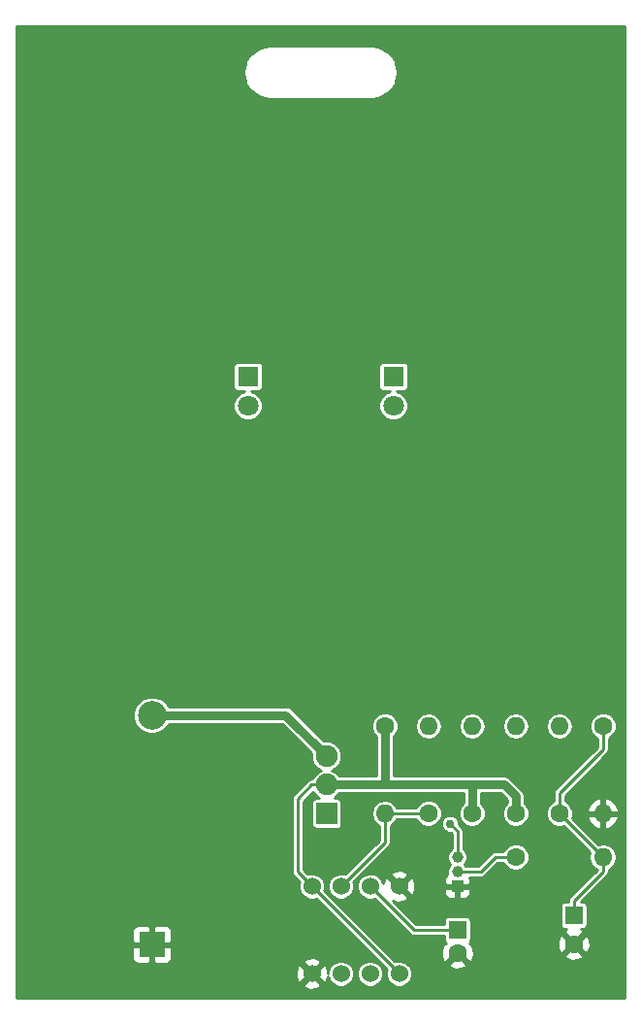
<source format=gtl>
G04 #@! TF.FileFunction,Copper,L1,Top,Signal*
%FSLAX46Y46*%
G04 Gerber Fmt 4.6, Leading zero omitted, Abs format (unit mm)*
G04 Created by KiCad (PCBNEW 4.0.7) date 12/26/17 21:11:22*
%MOMM*%
%LPD*%
G01*
G04 APERTURE LIST*
%ADD10C,0.100000*%
%ADD11C,1.524000*%
%ADD12R,1.600000X1.600000*%
%ADD13C,1.600000*%
%ADD14R,1.800000X1.800000*%
%ADD15C,1.800000*%
%ADD16R,1.000000X1.000000*%
%ADD17C,1.000000*%
%ADD18O,1.600000X1.600000*%
%ADD19R,2.170000X2.170000*%
%ADD20C,2.500000*%
%ADD21R,1.900000X1.900000*%
%ADD22C,1.900000*%
%ADD23C,0.762000*%
%ADD24C,0.254000*%
%ADD25C,0.762000*%
G04 APERTURE END LIST*
D10*
D11*
X153162000Y-124460000D03*
X155702000Y-124460000D03*
X158242000Y-124460000D03*
X160782000Y-124460000D03*
X160782000Y-116840000D03*
X158242000Y-116840000D03*
X155702000Y-116840000D03*
X153162000Y-116840000D03*
D12*
X165862000Y-120650000D03*
D13*
X165862000Y-122650000D03*
D12*
X176022000Y-119380000D03*
D13*
X176022000Y-121880000D03*
D14*
X147574000Y-72390000D03*
D15*
X147574000Y-74930000D03*
D14*
X160274000Y-72390000D03*
D15*
X160274000Y-74930000D03*
D16*
X165862000Y-116840000D03*
D17*
X165862000Y-115570000D03*
X165862000Y-114300000D03*
D13*
X159512000Y-102870000D03*
D18*
X159512000Y-110490000D03*
D13*
X163322000Y-110490000D03*
D18*
X163322000Y-102870000D03*
D13*
X174752000Y-110490000D03*
D18*
X174752000Y-102870000D03*
D13*
X178562000Y-102870000D03*
D18*
X178562000Y-110490000D03*
D13*
X170942000Y-114300000D03*
D18*
X178562000Y-114300000D03*
D13*
X167132000Y-110490000D03*
D18*
X167132000Y-102870000D03*
D13*
X170942000Y-110490000D03*
D18*
X170942000Y-102870000D03*
D19*
X139192000Y-121920000D03*
D20*
X139192000Y-101920000D03*
D21*
X154432000Y-110490000D03*
D22*
X154432000Y-107990000D03*
X154432000Y-105490000D03*
D23*
X165227000Y-111379000D03*
D24*
X165862000Y-115570000D02*
X167894000Y-115570000D01*
X169164000Y-114300000D02*
X170942000Y-114300000D01*
X167894000Y-115570000D02*
X169164000Y-114300000D01*
X165862000Y-112014000D02*
X165227000Y-111379000D01*
X165862000Y-112014000D02*
X165862000Y-114300000D01*
D25*
X167132000Y-110490000D02*
X167132000Y-107990000D01*
X167132000Y-107990000D02*
X167132000Y-108077000D01*
X167132000Y-108077000D02*
X167132000Y-107990000D01*
X170942000Y-110490000D02*
X170942000Y-108966000D01*
X169966000Y-107990000D02*
X167132000Y-107990000D01*
X167132000Y-107990000D02*
X159512000Y-107990000D01*
X170942000Y-108966000D02*
X169966000Y-107990000D01*
D24*
X153162000Y-116840000D02*
X160782000Y-124460000D01*
X154432000Y-107990000D02*
X153122000Y-107990000D01*
X151892000Y-115570000D02*
X153162000Y-116840000D01*
X151892000Y-109220000D02*
X151892000Y-115570000D01*
X153122000Y-107990000D02*
X151892000Y-109220000D01*
D25*
X159512000Y-102870000D02*
X159512000Y-107990000D01*
X159512000Y-107990000D02*
X159512000Y-107950000D01*
X159512000Y-107950000D02*
X159512000Y-107990000D01*
X154432000Y-107990000D02*
X159512000Y-107990000D01*
X139192000Y-101920000D02*
X150862000Y-101920000D01*
X150862000Y-101920000D02*
X154432000Y-105490000D01*
D24*
X165862000Y-120650000D02*
X162052000Y-120650000D01*
X162052000Y-120650000D02*
X158242000Y-116840000D01*
X174752000Y-110490000D02*
X174752000Y-108712000D01*
X178562000Y-104902000D02*
X178562000Y-102870000D01*
X174752000Y-108712000D02*
X178562000Y-104902000D01*
X174752000Y-110490000D02*
X178562000Y-114300000D01*
X176022000Y-119380000D02*
X176022000Y-118110000D01*
X178562000Y-115570000D02*
X178562000Y-114300000D01*
X176022000Y-118110000D02*
X178562000Y-115570000D01*
X163322000Y-110490000D02*
X159512000Y-110490000D01*
X155702000Y-116840000D02*
X159512000Y-113030000D01*
X159512000Y-113030000D02*
X159512000Y-110490000D01*
G36*
X180454300Y-126606300D02*
X127393700Y-126606300D01*
X127393700Y-125440213D01*
X152361392Y-125440213D01*
X152430857Y-125682397D01*
X152954302Y-125869144D01*
X153509368Y-125841362D01*
X153893143Y-125682397D01*
X153962608Y-125440213D01*
X153162000Y-124639605D01*
X152361392Y-125440213D01*
X127393700Y-125440213D01*
X127393700Y-124252302D01*
X151752856Y-124252302D01*
X151780638Y-124807368D01*
X151939603Y-125191143D01*
X152181787Y-125260608D01*
X152982395Y-124460000D01*
X153341605Y-124460000D01*
X154142213Y-125260608D01*
X154384397Y-125191143D01*
X154561852Y-124693742D01*
X154732446Y-125106612D01*
X155053697Y-125428423D01*
X155473646Y-125602801D01*
X155928359Y-125603198D01*
X156348612Y-125429554D01*
X156670423Y-125108303D01*
X156844801Y-124688354D01*
X156844802Y-124686359D01*
X157098802Y-124686359D01*
X157272446Y-125106612D01*
X157593697Y-125428423D01*
X158013646Y-125602801D01*
X158468359Y-125603198D01*
X158888612Y-125429554D01*
X159210423Y-125108303D01*
X159384801Y-124688354D01*
X159385198Y-124233641D01*
X159211554Y-123813388D01*
X158890303Y-123491577D01*
X158470354Y-123317199D01*
X158015641Y-123316802D01*
X157595388Y-123490446D01*
X157273577Y-123811697D01*
X157099199Y-124231646D01*
X157098802Y-124686359D01*
X156844802Y-124686359D01*
X156845198Y-124233641D01*
X156671554Y-123813388D01*
X156350303Y-123491577D01*
X155930354Y-123317199D01*
X155475641Y-123316802D01*
X155055388Y-123490446D01*
X154733577Y-123811697D01*
X154559199Y-124231646D01*
X154559030Y-124425660D01*
X154543362Y-124112632D01*
X154384397Y-123728857D01*
X154142213Y-123659392D01*
X153341605Y-124460000D01*
X152982395Y-124460000D01*
X152181787Y-123659392D01*
X151939603Y-123728857D01*
X151752856Y-124252302D01*
X127393700Y-124252302D01*
X127393700Y-122205750D01*
X137472000Y-122205750D01*
X137472000Y-123131309D01*
X137568673Y-123364698D01*
X137747301Y-123543327D01*
X137980690Y-123640000D01*
X138906250Y-123640000D01*
X139065000Y-123481250D01*
X139065000Y-122047000D01*
X139319000Y-122047000D01*
X139319000Y-123481250D01*
X139477750Y-123640000D01*
X140403310Y-123640000D01*
X140636699Y-123543327D01*
X140700238Y-123479787D01*
X152361392Y-123479787D01*
X153162000Y-124280395D01*
X153962608Y-123479787D01*
X153893143Y-123237603D01*
X153369698Y-123050856D01*
X152814632Y-123078638D01*
X152430857Y-123237603D01*
X152361392Y-123479787D01*
X140700238Y-123479787D01*
X140815327Y-123364698D01*
X140912000Y-123131309D01*
X140912000Y-122205750D01*
X140753250Y-122047000D01*
X139319000Y-122047000D01*
X139065000Y-122047000D01*
X137630750Y-122047000D01*
X137472000Y-122205750D01*
X127393700Y-122205750D01*
X127393700Y-120708691D01*
X137472000Y-120708691D01*
X137472000Y-121634250D01*
X137630750Y-121793000D01*
X139065000Y-121793000D01*
X139065000Y-120358750D01*
X139319000Y-120358750D01*
X139319000Y-121793000D01*
X140753250Y-121793000D01*
X140912000Y-121634250D01*
X140912000Y-120708691D01*
X140815327Y-120475302D01*
X140636699Y-120296673D01*
X140403310Y-120200000D01*
X139477750Y-120200000D01*
X139319000Y-120358750D01*
X139065000Y-120358750D01*
X138906250Y-120200000D01*
X137980690Y-120200000D01*
X137747301Y-120296673D01*
X137568673Y-120475302D01*
X137472000Y-120708691D01*
X127393700Y-120708691D01*
X127393700Y-102243003D01*
X137560718Y-102243003D01*
X137808499Y-102842680D01*
X138266907Y-103301888D01*
X138866151Y-103550716D01*
X139515003Y-103551282D01*
X140114680Y-103303501D01*
X140573888Y-102845093D01*
X140641610Y-102682000D01*
X150546370Y-102682000D01*
X153101220Y-105236851D01*
X153100769Y-105753591D01*
X153302975Y-106242966D01*
X153677065Y-106617709D01*
X153971694Y-106740050D01*
X153679034Y-106860975D01*
X153304291Y-107235065D01*
X153201754Y-107482000D01*
X153122000Y-107482000D01*
X152927597Y-107520669D01*
X152762790Y-107630790D01*
X151532790Y-108860790D01*
X151422669Y-109025597D01*
X151384000Y-109220000D01*
X151384000Y-115570000D01*
X151422669Y-115764403D01*
X151532790Y-115929210D01*
X152076714Y-116473134D01*
X152019199Y-116611646D01*
X152018802Y-117066359D01*
X152192446Y-117486612D01*
X152513697Y-117808423D01*
X152933646Y-117982801D01*
X153388359Y-117983198D01*
X153528764Y-117925184D01*
X159696714Y-124093134D01*
X159639199Y-124231646D01*
X159638802Y-124686359D01*
X159812446Y-125106612D01*
X160133697Y-125428423D01*
X160553646Y-125602801D01*
X161008359Y-125603198D01*
X161428612Y-125429554D01*
X161750423Y-125108303D01*
X161924801Y-124688354D01*
X161925198Y-124233641D01*
X161751554Y-123813388D01*
X161596182Y-123657745D01*
X165033861Y-123657745D01*
X165107995Y-123903864D01*
X165645223Y-124096965D01*
X166215454Y-124069778D01*
X166616005Y-123903864D01*
X166690139Y-123657745D01*
X165862000Y-122829605D01*
X165033861Y-123657745D01*
X161596182Y-123657745D01*
X161430303Y-123491577D01*
X161010354Y-123317199D01*
X160555641Y-123316802D01*
X160415236Y-123374816D01*
X154247286Y-117206866D01*
X154304801Y-117068354D01*
X154304802Y-117066359D01*
X154558802Y-117066359D01*
X154732446Y-117486612D01*
X155053697Y-117808423D01*
X155473646Y-117982801D01*
X155928359Y-117983198D01*
X156348612Y-117809554D01*
X156670423Y-117488303D01*
X156844801Y-117068354D01*
X156844802Y-117066359D01*
X157098802Y-117066359D01*
X157272446Y-117486612D01*
X157593697Y-117808423D01*
X158013646Y-117982801D01*
X158468359Y-117983198D01*
X158608764Y-117925184D01*
X161692790Y-121009210D01*
X161857597Y-121119331D01*
X162052000Y-121158000D01*
X164673536Y-121158000D01*
X164673536Y-121450000D01*
X164700103Y-121591190D01*
X164760819Y-121685545D01*
X164739378Y-121706986D01*
X164854253Y-121821861D01*
X164608136Y-121895995D01*
X164415035Y-122433223D01*
X164442222Y-123003454D01*
X164608136Y-123404005D01*
X164854255Y-123478139D01*
X165682395Y-122650000D01*
X165668252Y-122635858D01*
X165847858Y-122456252D01*
X165862000Y-122470395D01*
X165876142Y-122456252D01*
X166055748Y-122635858D01*
X166041605Y-122650000D01*
X166869745Y-123478139D01*
X167115864Y-123404005D01*
X167301428Y-122887745D01*
X175193861Y-122887745D01*
X175267995Y-123133864D01*
X175805223Y-123326965D01*
X176375454Y-123299778D01*
X176776005Y-123133864D01*
X176850139Y-122887745D01*
X176022000Y-122059605D01*
X175193861Y-122887745D01*
X167301428Y-122887745D01*
X167308965Y-122866777D01*
X167281778Y-122296546D01*
X167115864Y-121895995D01*
X166869747Y-121821861D01*
X166984622Y-121706986D01*
X166962588Y-121684952D01*
X166977434Y-121663223D01*
X174575035Y-121663223D01*
X174602222Y-122233454D01*
X174768136Y-122634005D01*
X175014255Y-122708139D01*
X175842395Y-121880000D01*
X176201605Y-121880000D01*
X177029745Y-122708139D01*
X177275864Y-122634005D01*
X177468965Y-122096777D01*
X177441778Y-121526546D01*
X177275864Y-121125995D01*
X177029745Y-121051861D01*
X176201605Y-121880000D01*
X175842395Y-121880000D01*
X175014255Y-121051861D01*
X174768136Y-121125995D01*
X174575035Y-121663223D01*
X166977434Y-121663223D01*
X167019859Y-121601134D01*
X167050464Y-121450000D01*
X167050464Y-119850000D01*
X167023897Y-119708810D01*
X166940454Y-119579135D01*
X166813134Y-119492141D01*
X166662000Y-119461536D01*
X165062000Y-119461536D01*
X164920810Y-119488103D01*
X164791135Y-119571546D01*
X164704141Y-119698866D01*
X164673536Y-119850000D01*
X164673536Y-120142000D01*
X162262420Y-120142000D01*
X160256008Y-118135588D01*
X160574302Y-118249144D01*
X161129368Y-118221362D01*
X161513143Y-118062397D01*
X161582608Y-117820213D01*
X160782000Y-117019605D01*
X160767858Y-117033748D01*
X160588253Y-116854143D01*
X160602395Y-116840000D01*
X160961605Y-116840000D01*
X161762213Y-117640608D01*
X162004397Y-117571143D01*
X162163297Y-117125750D01*
X164727000Y-117125750D01*
X164727000Y-117466309D01*
X164823673Y-117699698D01*
X165002301Y-117878327D01*
X165235690Y-117975000D01*
X165576250Y-117975000D01*
X165735000Y-117816250D01*
X165735000Y-116967000D01*
X165989000Y-116967000D01*
X165989000Y-117816250D01*
X166147750Y-117975000D01*
X166488310Y-117975000D01*
X166721699Y-117878327D01*
X166900327Y-117699698D01*
X166997000Y-117466309D01*
X166997000Y-117125750D01*
X166838250Y-116967000D01*
X165989000Y-116967000D01*
X165735000Y-116967000D01*
X164885750Y-116967000D01*
X164727000Y-117125750D01*
X162163297Y-117125750D01*
X162191144Y-117047698D01*
X162163362Y-116492632D01*
X162004397Y-116108857D01*
X161762213Y-116039392D01*
X160961605Y-116840000D01*
X160602395Y-116840000D01*
X159801787Y-116039392D01*
X159559603Y-116108857D01*
X159382148Y-116606258D01*
X159211554Y-116193388D01*
X158890303Y-115871577D01*
X158861910Y-115859787D01*
X159981392Y-115859787D01*
X160782000Y-116660395D01*
X161582608Y-115859787D01*
X161513143Y-115617603D01*
X160989698Y-115430856D01*
X160434632Y-115458638D01*
X160050857Y-115617603D01*
X159981392Y-115859787D01*
X158861910Y-115859787D01*
X158470354Y-115697199D01*
X158015641Y-115696802D01*
X157595388Y-115870446D01*
X157273577Y-116191697D01*
X157099199Y-116611646D01*
X157098802Y-117066359D01*
X156844802Y-117066359D01*
X156845198Y-116613641D01*
X156787184Y-116473236D01*
X159871210Y-113389210D01*
X159981331Y-113224403D01*
X160020000Y-113030000D01*
X160020000Y-111566787D01*
X160347093Y-111348230D01*
X160581110Y-110998000D01*
X162254058Y-110998000D01*
X162320213Y-111158109D01*
X162652144Y-111490619D01*
X163086054Y-111670794D01*
X163555885Y-111671204D01*
X163897853Y-111529906D01*
X164464868Y-111529906D01*
X164580632Y-111810074D01*
X164794798Y-112024615D01*
X165074764Y-112140867D01*
X165270618Y-112141038D01*
X165354000Y-112224421D01*
X165354000Y-113562277D01*
X165115560Y-113800302D01*
X164981153Y-114123989D01*
X164980847Y-114474473D01*
X165114689Y-114798395D01*
X165251077Y-114935021D01*
X165115560Y-115070302D01*
X164981153Y-115393989D01*
X164980847Y-115744473D01*
X165004163Y-115800902D01*
X165002301Y-115801673D01*
X164823673Y-115980302D01*
X164727000Y-116213691D01*
X164727000Y-116554250D01*
X164885750Y-116713000D01*
X165735000Y-116713000D01*
X165735000Y-116693000D01*
X165989000Y-116693000D01*
X165989000Y-116713000D01*
X166838250Y-116713000D01*
X166997000Y-116554250D01*
X166997000Y-116213691D01*
X166940795Y-116078000D01*
X167894000Y-116078000D01*
X168088403Y-116039331D01*
X168253210Y-115929210D01*
X169374420Y-114808000D01*
X169874058Y-114808000D01*
X169940213Y-114968109D01*
X170272144Y-115300619D01*
X170706054Y-115480794D01*
X171175885Y-115481204D01*
X171610109Y-115301787D01*
X171942619Y-114969856D01*
X172122794Y-114535946D01*
X172123204Y-114066115D01*
X171943787Y-113631891D01*
X171611856Y-113299381D01*
X171177946Y-113119206D01*
X170708115Y-113118796D01*
X170273891Y-113298213D01*
X169941381Y-113630144D01*
X169874173Y-113792000D01*
X169164000Y-113792000D01*
X169001850Y-113824254D01*
X168969596Y-113830669D01*
X168804790Y-113940790D01*
X167683580Y-115062000D01*
X166599723Y-115062000D01*
X166472923Y-114934979D01*
X166608440Y-114799698D01*
X166742847Y-114476011D01*
X166743153Y-114125527D01*
X166609311Y-113801605D01*
X166370000Y-113561876D01*
X166370000Y-112014000D01*
X166331331Y-111819597D01*
X166265478Y-111721041D01*
X166221211Y-111654790D01*
X165988962Y-111422541D01*
X165989132Y-111228094D01*
X165873368Y-110947926D01*
X165659202Y-110733385D01*
X165379236Y-110617133D01*
X165076094Y-110616868D01*
X164795926Y-110732632D01*
X164581385Y-110946798D01*
X164465133Y-111226764D01*
X164464868Y-111529906D01*
X163897853Y-111529906D01*
X163990109Y-111491787D01*
X164322619Y-111159856D01*
X164502794Y-110725946D01*
X164503204Y-110256115D01*
X164323787Y-109821891D01*
X163991856Y-109489381D01*
X163557946Y-109309206D01*
X163088115Y-109308796D01*
X162653891Y-109488213D01*
X162321381Y-109820144D01*
X162254173Y-109982000D01*
X160581110Y-109982000D01*
X160347093Y-109631770D01*
X159963949Y-109375761D01*
X159512000Y-109285863D01*
X159060051Y-109375761D01*
X158676907Y-109631770D01*
X158420898Y-110014914D01*
X158331000Y-110466863D01*
X158331000Y-110513137D01*
X158420898Y-110965086D01*
X158676907Y-111348230D01*
X159004000Y-111566787D01*
X159004000Y-112819580D01*
X156068866Y-115754714D01*
X155930354Y-115697199D01*
X155475641Y-115696802D01*
X155055388Y-115870446D01*
X154733577Y-116191697D01*
X154559199Y-116611646D01*
X154558802Y-117066359D01*
X154304802Y-117066359D01*
X154305198Y-116613641D01*
X154131554Y-116193388D01*
X153810303Y-115871577D01*
X153390354Y-115697199D01*
X152935641Y-115696802D01*
X152795236Y-115754816D01*
X152400000Y-115359580D01*
X152400000Y-109430420D01*
X153239960Y-108590460D01*
X153302975Y-108742966D01*
X153677065Y-109117709D01*
X153758529Y-109151536D01*
X153482000Y-109151536D01*
X153340810Y-109178103D01*
X153211135Y-109261546D01*
X153124141Y-109388866D01*
X153093536Y-109540000D01*
X153093536Y-111440000D01*
X153120103Y-111581190D01*
X153203546Y-111710865D01*
X153330866Y-111797859D01*
X153482000Y-111828464D01*
X155382000Y-111828464D01*
X155523190Y-111801897D01*
X155652865Y-111718454D01*
X155739859Y-111591134D01*
X155770464Y-111440000D01*
X155770464Y-109540000D01*
X155743897Y-109398810D01*
X155660454Y-109269135D01*
X155533134Y-109182141D01*
X155382000Y-109151536D01*
X155106284Y-109151536D01*
X155184966Y-109119025D01*
X155552632Y-108752000D01*
X166370000Y-108752000D01*
X166370000Y-109581941D01*
X166131381Y-109820144D01*
X165951206Y-110254054D01*
X165950796Y-110723885D01*
X166130213Y-111158109D01*
X166462144Y-111490619D01*
X166896054Y-111670794D01*
X167365885Y-111671204D01*
X167800109Y-111491787D01*
X168132619Y-111159856D01*
X168312794Y-110725946D01*
X168313204Y-110256115D01*
X168133787Y-109821891D01*
X167894000Y-109581686D01*
X167894000Y-108752000D01*
X169650370Y-108752000D01*
X170180000Y-109281631D01*
X170180000Y-109581941D01*
X169941381Y-109820144D01*
X169761206Y-110254054D01*
X169760796Y-110723885D01*
X169940213Y-111158109D01*
X170272144Y-111490619D01*
X170706054Y-111670794D01*
X171175885Y-111671204D01*
X171610109Y-111491787D01*
X171942619Y-111159856D01*
X172122794Y-110725946D01*
X172122795Y-110723885D01*
X173570796Y-110723885D01*
X173750213Y-111158109D01*
X174082144Y-111490619D01*
X174516054Y-111670794D01*
X174985885Y-111671204D01*
X175147858Y-111604278D01*
X177438448Y-113894868D01*
X177357863Y-114300000D01*
X177447761Y-114751949D01*
X177703770Y-115135093D01*
X178048287Y-115365292D01*
X175662790Y-117750790D01*
X175552669Y-117915597D01*
X175514000Y-118110000D01*
X175514000Y-118191536D01*
X175222000Y-118191536D01*
X175080810Y-118218103D01*
X174951135Y-118301546D01*
X174864141Y-118428866D01*
X174833536Y-118580000D01*
X174833536Y-120180000D01*
X174860103Y-120321190D01*
X174943546Y-120450865D01*
X175070866Y-120537859D01*
X175222000Y-120568464D01*
X175407227Y-120568464D01*
X175267995Y-120626136D01*
X175193861Y-120872255D01*
X176022000Y-121700395D01*
X176850139Y-120872255D01*
X176776005Y-120626136D01*
X176615555Y-120568464D01*
X176822000Y-120568464D01*
X176963190Y-120541897D01*
X177092865Y-120458454D01*
X177179859Y-120331134D01*
X177210464Y-120180000D01*
X177210464Y-118580000D01*
X177183897Y-118438810D01*
X177100454Y-118309135D01*
X176973134Y-118222141D01*
X176822000Y-118191536D01*
X176658884Y-118191536D01*
X178921210Y-115929211D01*
X179031330Y-115764404D01*
X179031331Y-115764403D01*
X179070000Y-115570000D01*
X179070000Y-115369110D01*
X179420230Y-115135093D01*
X179676239Y-114751949D01*
X179766137Y-114300000D01*
X179676239Y-113848051D01*
X179420230Y-113464907D01*
X179037086Y-113208898D01*
X178585137Y-113119000D01*
X178538863Y-113119000D01*
X178172328Y-113191908D01*
X175866359Y-110885939D01*
X175885832Y-110839041D01*
X177170086Y-110839041D01*
X177409611Y-111345134D01*
X177824577Y-111721041D01*
X178212961Y-111881904D01*
X178435000Y-111759915D01*
X178435000Y-110617000D01*
X178689000Y-110617000D01*
X178689000Y-111759915D01*
X178911039Y-111881904D01*
X179299423Y-111721041D01*
X179714389Y-111345134D01*
X179953914Y-110839041D01*
X179832629Y-110617000D01*
X178689000Y-110617000D01*
X178435000Y-110617000D01*
X177291371Y-110617000D01*
X177170086Y-110839041D01*
X175885832Y-110839041D01*
X175932794Y-110725946D01*
X175933204Y-110256115D01*
X175885623Y-110140959D01*
X177170086Y-110140959D01*
X177291371Y-110363000D01*
X178435000Y-110363000D01*
X178435000Y-109220085D01*
X178689000Y-109220085D01*
X178689000Y-110363000D01*
X179832629Y-110363000D01*
X179953914Y-110140959D01*
X179714389Y-109634866D01*
X179299423Y-109258959D01*
X178911039Y-109098096D01*
X178689000Y-109220085D01*
X178435000Y-109220085D01*
X178212961Y-109098096D01*
X177824577Y-109258959D01*
X177409611Y-109634866D01*
X177170086Y-110140959D01*
X175885623Y-110140959D01*
X175753787Y-109821891D01*
X175421856Y-109489381D01*
X175260000Y-109422173D01*
X175260000Y-108922420D01*
X178921210Y-105261210D01*
X179031331Y-105096403D01*
X179070000Y-104902000D01*
X179070000Y-103937942D01*
X179230109Y-103871787D01*
X179562619Y-103539856D01*
X179742794Y-103105946D01*
X179743204Y-102636115D01*
X179563787Y-102201891D01*
X179231856Y-101869381D01*
X178797946Y-101689206D01*
X178328115Y-101688796D01*
X177893891Y-101868213D01*
X177561381Y-102200144D01*
X177381206Y-102634054D01*
X177380796Y-103103885D01*
X177560213Y-103538109D01*
X177892144Y-103870619D01*
X178054000Y-103937827D01*
X178054000Y-104691580D01*
X174392790Y-108352790D01*
X174282669Y-108517597D01*
X174244000Y-108712000D01*
X174244000Y-109422058D01*
X174083891Y-109488213D01*
X173751381Y-109820144D01*
X173571206Y-110254054D01*
X173570796Y-110723885D01*
X172122795Y-110723885D01*
X172123204Y-110256115D01*
X171943787Y-109821891D01*
X171704000Y-109581686D01*
X171704000Y-108966000D01*
X171645996Y-108674395D01*
X171606854Y-108615815D01*
X171480815Y-108427184D01*
X170504815Y-107451185D01*
X170444951Y-107411185D01*
X170257605Y-107286004D01*
X169966000Y-107228000D01*
X160274000Y-107228000D01*
X160274000Y-103778059D01*
X160512619Y-103539856D01*
X160692794Y-103105946D01*
X160693020Y-102846863D01*
X162141000Y-102846863D01*
X162141000Y-102893137D01*
X162230898Y-103345086D01*
X162486907Y-103728230D01*
X162870051Y-103984239D01*
X163322000Y-104074137D01*
X163773949Y-103984239D01*
X164157093Y-103728230D01*
X164413102Y-103345086D01*
X164503000Y-102893137D01*
X164503000Y-102846863D01*
X165951000Y-102846863D01*
X165951000Y-102893137D01*
X166040898Y-103345086D01*
X166296907Y-103728230D01*
X166680051Y-103984239D01*
X167132000Y-104074137D01*
X167583949Y-103984239D01*
X167967093Y-103728230D01*
X168223102Y-103345086D01*
X168313000Y-102893137D01*
X168313000Y-102846863D01*
X169761000Y-102846863D01*
X169761000Y-102893137D01*
X169850898Y-103345086D01*
X170106907Y-103728230D01*
X170490051Y-103984239D01*
X170942000Y-104074137D01*
X171393949Y-103984239D01*
X171777093Y-103728230D01*
X172033102Y-103345086D01*
X172123000Y-102893137D01*
X172123000Y-102846863D01*
X173571000Y-102846863D01*
X173571000Y-102893137D01*
X173660898Y-103345086D01*
X173916907Y-103728230D01*
X174300051Y-103984239D01*
X174752000Y-104074137D01*
X175203949Y-103984239D01*
X175587093Y-103728230D01*
X175843102Y-103345086D01*
X175933000Y-102893137D01*
X175933000Y-102846863D01*
X175843102Y-102394914D01*
X175587093Y-102011770D01*
X175203949Y-101755761D01*
X174752000Y-101665863D01*
X174300051Y-101755761D01*
X173916907Y-102011770D01*
X173660898Y-102394914D01*
X173571000Y-102846863D01*
X172123000Y-102846863D01*
X172033102Y-102394914D01*
X171777093Y-102011770D01*
X171393949Y-101755761D01*
X170942000Y-101665863D01*
X170490051Y-101755761D01*
X170106907Y-102011770D01*
X169850898Y-102394914D01*
X169761000Y-102846863D01*
X168313000Y-102846863D01*
X168223102Y-102394914D01*
X167967093Y-102011770D01*
X167583949Y-101755761D01*
X167132000Y-101665863D01*
X166680051Y-101755761D01*
X166296907Y-102011770D01*
X166040898Y-102394914D01*
X165951000Y-102846863D01*
X164503000Y-102846863D01*
X164413102Y-102394914D01*
X164157093Y-102011770D01*
X163773949Y-101755761D01*
X163322000Y-101665863D01*
X162870051Y-101755761D01*
X162486907Y-102011770D01*
X162230898Y-102394914D01*
X162141000Y-102846863D01*
X160693020Y-102846863D01*
X160693204Y-102636115D01*
X160513787Y-102201891D01*
X160181856Y-101869381D01*
X159747946Y-101689206D01*
X159278115Y-101688796D01*
X158843891Y-101868213D01*
X158511381Y-102200144D01*
X158331206Y-102634054D01*
X158330796Y-103103885D01*
X158510213Y-103538109D01*
X158750000Y-103778314D01*
X158750000Y-107228000D01*
X155552007Y-107228000D01*
X155186935Y-106862291D01*
X154892306Y-106739950D01*
X155184966Y-106619025D01*
X155559709Y-106244935D01*
X155762769Y-105755914D01*
X155763231Y-105226409D01*
X155561025Y-104737034D01*
X155186935Y-104362291D01*
X154697914Y-104159231D01*
X154178409Y-104158778D01*
X151400815Y-101381185D01*
X151153605Y-101216004D01*
X150862000Y-101158000D01*
X140641892Y-101158000D01*
X140575501Y-100997320D01*
X140117093Y-100538112D01*
X139517849Y-100289284D01*
X138868997Y-100288718D01*
X138269320Y-100536499D01*
X137810112Y-100994907D01*
X137561284Y-101594151D01*
X137560718Y-102243003D01*
X127393700Y-102243003D01*
X127393700Y-71490000D01*
X146285536Y-71490000D01*
X146285536Y-73290000D01*
X146312103Y-73431190D01*
X146395546Y-73560865D01*
X146522866Y-73647859D01*
X146674000Y-73678464D01*
X147248466Y-73678464D01*
X146849320Y-73843388D01*
X146488655Y-74203425D01*
X146293223Y-74674076D01*
X146292778Y-75183689D01*
X146487388Y-75654680D01*
X146847425Y-76015345D01*
X147318076Y-76210777D01*
X147827689Y-76211222D01*
X148298680Y-76016612D01*
X148659345Y-75656575D01*
X148854777Y-75185924D01*
X148855222Y-74676311D01*
X148660612Y-74205320D01*
X148300575Y-73844655D01*
X147900344Y-73678464D01*
X148474000Y-73678464D01*
X148615190Y-73651897D01*
X148744865Y-73568454D01*
X148831859Y-73441134D01*
X148862464Y-73290000D01*
X148862464Y-71490000D01*
X158985536Y-71490000D01*
X158985536Y-73290000D01*
X159012103Y-73431190D01*
X159095546Y-73560865D01*
X159222866Y-73647859D01*
X159374000Y-73678464D01*
X159948466Y-73678464D01*
X159549320Y-73843388D01*
X159188655Y-74203425D01*
X158993223Y-74674076D01*
X158992778Y-75183689D01*
X159187388Y-75654680D01*
X159547425Y-76015345D01*
X160018076Y-76210777D01*
X160527689Y-76211222D01*
X160998680Y-76016612D01*
X161359345Y-75656575D01*
X161554777Y-75185924D01*
X161555222Y-74676311D01*
X161360612Y-74205320D01*
X161000575Y-73844655D01*
X160600344Y-73678464D01*
X161174000Y-73678464D01*
X161315190Y-73651897D01*
X161444865Y-73568454D01*
X161531859Y-73441134D01*
X161562464Y-73290000D01*
X161562464Y-71490000D01*
X161535897Y-71348810D01*
X161452454Y-71219135D01*
X161325134Y-71132141D01*
X161174000Y-71101536D01*
X159374000Y-71101536D01*
X159232810Y-71128103D01*
X159103135Y-71211546D01*
X159016141Y-71338866D01*
X158985536Y-71490000D01*
X148862464Y-71490000D01*
X148835897Y-71348810D01*
X148752454Y-71219135D01*
X148625134Y-71132141D01*
X148474000Y-71101536D01*
X146674000Y-71101536D01*
X146532810Y-71128103D01*
X146403135Y-71211546D01*
X146316141Y-71338866D01*
X146285536Y-71490000D01*
X127393700Y-71490000D01*
X127393700Y-45770193D01*
X147187865Y-45770193D01*
X147187865Y-45923807D01*
X147332874Y-46652819D01*
X147367310Y-46735954D01*
X147391660Y-46794740D01*
X147804613Y-47412766D01*
X147913234Y-47521387D01*
X148531259Y-47934340D01*
X148614395Y-47968776D01*
X148673181Y-47993126D01*
X149402193Y-48138135D01*
X149440969Y-48138135D01*
X149479000Y-48145700D01*
X158369000Y-48145700D01*
X158407031Y-48138135D01*
X158445807Y-48138135D01*
X159174819Y-47993126D01*
X159257954Y-47958690D01*
X159316740Y-47934340D01*
X159934766Y-47521387D01*
X160043387Y-47412766D01*
X160456340Y-46794741D01*
X160490776Y-46711605D01*
X160515126Y-46652819D01*
X160660135Y-45923807D01*
X160660135Y-45770193D01*
X160515126Y-45041181D01*
X160490776Y-44982395D01*
X160456340Y-44899259D01*
X160043387Y-44281234D01*
X159934766Y-44172613D01*
X159316740Y-43759660D01*
X159228894Y-43723273D01*
X159174819Y-43700874D01*
X158445807Y-43555865D01*
X158407031Y-43555865D01*
X158369000Y-43548300D01*
X149479000Y-43548300D01*
X149440969Y-43555865D01*
X149402193Y-43555865D01*
X148673181Y-43700874D01*
X148619106Y-43723273D01*
X148531259Y-43759660D01*
X147913234Y-44172613D01*
X147804613Y-44281234D01*
X147391660Y-44899260D01*
X147391660Y-44899261D01*
X147332874Y-45041181D01*
X147187865Y-45770193D01*
X127393700Y-45770193D01*
X127393700Y-41795700D01*
X180454300Y-41795700D01*
X180454300Y-126606300D01*
X180454300Y-126606300D01*
G37*
X180454300Y-126606300D02*
X127393700Y-126606300D01*
X127393700Y-125440213D01*
X152361392Y-125440213D01*
X152430857Y-125682397D01*
X152954302Y-125869144D01*
X153509368Y-125841362D01*
X153893143Y-125682397D01*
X153962608Y-125440213D01*
X153162000Y-124639605D01*
X152361392Y-125440213D01*
X127393700Y-125440213D01*
X127393700Y-124252302D01*
X151752856Y-124252302D01*
X151780638Y-124807368D01*
X151939603Y-125191143D01*
X152181787Y-125260608D01*
X152982395Y-124460000D01*
X153341605Y-124460000D01*
X154142213Y-125260608D01*
X154384397Y-125191143D01*
X154561852Y-124693742D01*
X154732446Y-125106612D01*
X155053697Y-125428423D01*
X155473646Y-125602801D01*
X155928359Y-125603198D01*
X156348612Y-125429554D01*
X156670423Y-125108303D01*
X156844801Y-124688354D01*
X156844802Y-124686359D01*
X157098802Y-124686359D01*
X157272446Y-125106612D01*
X157593697Y-125428423D01*
X158013646Y-125602801D01*
X158468359Y-125603198D01*
X158888612Y-125429554D01*
X159210423Y-125108303D01*
X159384801Y-124688354D01*
X159385198Y-124233641D01*
X159211554Y-123813388D01*
X158890303Y-123491577D01*
X158470354Y-123317199D01*
X158015641Y-123316802D01*
X157595388Y-123490446D01*
X157273577Y-123811697D01*
X157099199Y-124231646D01*
X157098802Y-124686359D01*
X156844802Y-124686359D01*
X156845198Y-124233641D01*
X156671554Y-123813388D01*
X156350303Y-123491577D01*
X155930354Y-123317199D01*
X155475641Y-123316802D01*
X155055388Y-123490446D01*
X154733577Y-123811697D01*
X154559199Y-124231646D01*
X154559030Y-124425660D01*
X154543362Y-124112632D01*
X154384397Y-123728857D01*
X154142213Y-123659392D01*
X153341605Y-124460000D01*
X152982395Y-124460000D01*
X152181787Y-123659392D01*
X151939603Y-123728857D01*
X151752856Y-124252302D01*
X127393700Y-124252302D01*
X127393700Y-122205750D01*
X137472000Y-122205750D01*
X137472000Y-123131309D01*
X137568673Y-123364698D01*
X137747301Y-123543327D01*
X137980690Y-123640000D01*
X138906250Y-123640000D01*
X139065000Y-123481250D01*
X139065000Y-122047000D01*
X139319000Y-122047000D01*
X139319000Y-123481250D01*
X139477750Y-123640000D01*
X140403310Y-123640000D01*
X140636699Y-123543327D01*
X140700238Y-123479787D01*
X152361392Y-123479787D01*
X153162000Y-124280395D01*
X153962608Y-123479787D01*
X153893143Y-123237603D01*
X153369698Y-123050856D01*
X152814632Y-123078638D01*
X152430857Y-123237603D01*
X152361392Y-123479787D01*
X140700238Y-123479787D01*
X140815327Y-123364698D01*
X140912000Y-123131309D01*
X140912000Y-122205750D01*
X140753250Y-122047000D01*
X139319000Y-122047000D01*
X139065000Y-122047000D01*
X137630750Y-122047000D01*
X137472000Y-122205750D01*
X127393700Y-122205750D01*
X127393700Y-120708691D01*
X137472000Y-120708691D01*
X137472000Y-121634250D01*
X137630750Y-121793000D01*
X139065000Y-121793000D01*
X139065000Y-120358750D01*
X139319000Y-120358750D01*
X139319000Y-121793000D01*
X140753250Y-121793000D01*
X140912000Y-121634250D01*
X140912000Y-120708691D01*
X140815327Y-120475302D01*
X140636699Y-120296673D01*
X140403310Y-120200000D01*
X139477750Y-120200000D01*
X139319000Y-120358750D01*
X139065000Y-120358750D01*
X138906250Y-120200000D01*
X137980690Y-120200000D01*
X137747301Y-120296673D01*
X137568673Y-120475302D01*
X137472000Y-120708691D01*
X127393700Y-120708691D01*
X127393700Y-102243003D01*
X137560718Y-102243003D01*
X137808499Y-102842680D01*
X138266907Y-103301888D01*
X138866151Y-103550716D01*
X139515003Y-103551282D01*
X140114680Y-103303501D01*
X140573888Y-102845093D01*
X140641610Y-102682000D01*
X150546370Y-102682000D01*
X153101220Y-105236851D01*
X153100769Y-105753591D01*
X153302975Y-106242966D01*
X153677065Y-106617709D01*
X153971694Y-106740050D01*
X153679034Y-106860975D01*
X153304291Y-107235065D01*
X153201754Y-107482000D01*
X153122000Y-107482000D01*
X152927597Y-107520669D01*
X152762790Y-107630790D01*
X151532790Y-108860790D01*
X151422669Y-109025597D01*
X151384000Y-109220000D01*
X151384000Y-115570000D01*
X151422669Y-115764403D01*
X151532790Y-115929210D01*
X152076714Y-116473134D01*
X152019199Y-116611646D01*
X152018802Y-117066359D01*
X152192446Y-117486612D01*
X152513697Y-117808423D01*
X152933646Y-117982801D01*
X153388359Y-117983198D01*
X153528764Y-117925184D01*
X159696714Y-124093134D01*
X159639199Y-124231646D01*
X159638802Y-124686359D01*
X159812446Y-125106612D01*
X160133697Y-125428423D01*
X160553646Y-125602801D01*
X161008359Y-125603198D01*
X161428612Y-125429554D01*
X161750423Y-125108303D01*
X161924801Y-124688354D01*
X161925198Y-124233641D01*
X161751554Y-123813388D01*
X161596182Y-123657745D01*
X165033861Y-123657745D01*
X165107995Y-123903864D01*
X165645223Y-124096965D01*
X166215454Y-124069778D01*
X166616005Y-123903864D01*
X166690139Y-123657745D01*
X165862000Y-122829605D01*
X165033861Y-123657745D01*
X161596182Y-123657745D01*
X161430303Y-123491577D01*
X161010354Y-123317199D01*
X160555641Y-123316802D01*
X160415236Y-123374816D01*
X154247286Y-117206866D01*
X154304801Y-117068354D01*
X154304802Y-117066359D01*
X154558802Y-117066359D01*
X154732446Y-117486612D01*
X155053697Y-117808423D01*
X155473646Y-117982801D01*
X155928359Y-117983198D01*
X156348612Y-117809554D01*
X156670423Y-117488303D01*
X156844801Y-117068354D01*
X156844802Y-117066359D01*
X157098802Y-117066359D01*
X157272446Y-117486612D01*
X157593697Y-117808423D01*
X158013646Y-117982801D01*
X158468359Y-117983198D01*
X158608764Y-117925184D01*
X161692790Y-121009210D01*
X161857597Y-121119331D01*
X162052000Y-121158000D01*
X164673536Y-121158000D01*
X164673536Y-121450000D01*
X164700103Y-121591190D01*
X164760819Y-121685545D01*
X164739378Y-121706986D01*
X164854253Y-121821861D01*
X164608136Y-121895995D01*
X164415035Y-122433223D01*
X164442222Y-123003454D01*
X164608136Y-123404005D01*
X164854255Y-123478139D01*
X165682395Y-122650000D01*
X165668252Y-122635858D01*
X165847858Y-122456252D01*
X165862000Y-122470395D01*
X165876142Y-122456252D01*
X166055748Y-122635858D01*
X166041605Y-122650000D01*
X166869745Y-123478139D01*
X167115864Y-123404005D01*
X167301428Y-122887745D01*
X175193861Y-122887745D01*
X175267995Y-123133864D01*
X175805223Y-123326965D01*
X176375454Y-123299778D01*
X176776005Y-123133864D01*
X176850139Y-122887745D01*
X176022000Y-122059605D01*
X175193861Y-122887745D01*
X167301428Y-122887745D01*
X167308965Y-122866777D01*
X167281778Y-122296546D01*
X167115864Y-121895995D01*
X166869747Y-121821861D01*
X166984622Y-121706986D01*
X166962588Y-121684952D01*
X166977434Y-121663223D01*
X174575035Y-121663223D01*
X174602222Y-122233454D01*
X174768136Y-122634005D01*
X175014255Y-122708139D01*
X175842395Y-121880000D01*
X176201605Y-121880000D01*
X177029745Y-122708139D01*
X177275864Y-122634005D01*
X177468965Y-122096777D01*
X177441778Y-121526546D01*
X177275864Y-121125995D01*
X177029745Y-121051861D01*
X176201605Y-121880000D01*
X175842395Y-121880000D01*
X175014255Y-121051861D01*
X174768136Y-121125995D01*
X174575035Y-121663223D01*
X166977434Y-121663223D01*
X167019859Y-121601134D01*
X167050464Y-121450000D01*
X167050464Y-119850000D01*
X167023897Y-119708810D01*
X166940454Y-119579135D01*
X166813134Y-119492141D01*
X166662000Y-119461536D01*
X165062000Y-119461536D01*
X164920810Y-119488103D01*
X164791135Y-119571546D01*
X164704141Y-119698866D01*
X164673536Y-119850000D01*
X164673536Y-120142000D01*
X162262420Y-120142000D01*
X160256008Y-118135588D01*
X160574302Y-118249144D01*
X161129368Y-118221362D01*
X161513143Y-118062397D01*
X161582608Y-117820213D01*
X160782000Y-117019605D01*
X160767858Y-117033748D01*
X160588253Y-116854143D01*
X160602395Y-116840000D01*
X160961605Y-116840000D01*
X161762213Y-117640608D01*
X162004397Y-117571143D01*
X162163297Y-117125750D01*
X164727000Y-117125750D01*
X164727000Y-117466309D01*
X164823673Y-117699698D01*
X165002301Y-117878327D01*
X165235690Y-117975000D01*
X165576250Y-117975000D01*
X165735000Y-117816250D01*
X165735000Y-116967000D01*
X165989000Y-116967000D01*
X165989000Y-117816250D01*
X166147750Y-117975000D01*
X166488310Y-117975000D01*
X166721699Y-117878327D01*
X166900327Y-117699698D01*
X166997000Y-117466309D01*
X166997000Y-117125750D01*
X166838250Y-116967000D01*
X165989000Y-116967000D01*
X165735000Y-116967000D01*
X164885750Y-116967000D01*
X164727000Y-117125750D01*
X162163297Y-117125750D01*
X162191144Y-117047698D01*
X162163362Y-116492632D01*
X162004397Y-116108857D01*
X161762213Y-116039392D01*
X160961605Y-116840000D01*
X160602395Y-116840000D01*
X159801787Y-116039392D01*
X159559603Y-116108857D01*
X159382148Y-116606258D01*
X159211554Y-116193388D01*
X158890303Y-115871577D01*
X158861910Y-115859787D01*
X159981392Y-115859787D01*
X160782000Y-116660395D01*
X161582608Y-115859787D01*
X161513143Y-115617603D01*
X160989698Y-115430856D01*
X160434632Y-115458638D01*
X160050857Y-115617603D01*
X159981392Y-115859787D01*
X158861910Y-115859787D01*
X158470354Y-115697199D01*
X158015641Y-115696802D01*
X157595388Y-115870446D01*
X157273577Y-116191697D01*
X157099199Y-116611646D01*
X157098802Y-117066359D01*
X156844802Y-117066359D01*
X156845198Y-116613641D01*
X156787184Y-116473236D01*
X159871210Y-113389210D01*
X159981331Y-113224403D01*
X160020000Y-113030000D01*
X160020000Y-111566787D01*
X160347093Y-111348230D01*
X160581110Y-110998000D01*
X162254058Y-110998000D01*
X162320213Y-111158109D01*
X162652144Y-111490619D01*
X163086054Y-111670794D01*
X163555885Y-111671204D01*
X163897853Y-111529906D01*
X164464868Y-111529906D01*
X164580632Y-111810074D01*
X164794798Y-112024615D01*
X165074764Y-112140867D01*
X165270618Y-112141038D01*
X165354000Y-112224421D01*
X165354000Y-113562277D01*
X165115560Y-113800302D01*
X164981153Y-114123989D01*
X164980847Y-114474473D01*
X165114689Y-114798395D01*
X165251077Y-114935021D01*
X165115560Y-115070302D01*
X164981153Y-115393989D01*
X164980847Y-115744473D01*
X165004163Y-115800902D01*
X165002301Y-115801673D01*
X164823673Y-115980302D01*
X164727000Y-116213691D01*
X164727000Y-116554250D01*
X164885750Y-116713000D01*
X165735000Y-116713000D01*
X165735000Y-116693000D01*
X165989000Y-116693000D01*
X165989000Y-116713000D01*
X166838250Y-116713000D01*
X166997000Y-116554250D01*
X166997000Y-116213691D01*
X166940795Y-116078000D01*
X167894000Y-116078000D01*
X168088403Y-116039331D01*
X168253210Y-115929210D01*
X169374420Y-114808000D01*
X169874058Y-114808000D01*
X169940213Y-114968109D01*
X170272144Y-115300619D01*
X170706054Y-115480794D01*
X171175885Y-115481204D01*
X171610109Y-115301787D01*
X171942619Y-114969856D01*
X172122794Y-114535946D01*
X172123204Y-114066115D01*
X171943787Y-113631891D01*
X171611856Y-113299381D01*
X171177946Y-113119206D01*
X170708115Y-113118796D01*
X170273891Y-113298213D01*
X169941381Y-113630144D01*
X169874173Y-113792000D01*
X169164000Y-113792000D01*
X169001850Y-113824254D01*
X168969596Y-113830669D01*
X168804790Y-113940790D01*
X167683580Y-115062000D01*
X166599723Y-115062000D01*
X166472923Y-114934979D01*
X166608440Y-114799698D01*
X166742847Y-114476011D01*
X166743153Y-114125527D01*
X166609311Y-113801605D01*
X166370000Y-113561876D01*
X166370000Y-112014000D01*
X166331331Y-111819597D01*
X166265478Y-111721041D01*
X166221211Y-111654790D01*
X165988962Y-111422541D01*
X165989132Y-111228094D01*
X165873368Y-110947926D01*
X165659202Y-110733385D01*
X165379236Y-110617133D01*
X165076094Y-110616868D01*
X164795926Y-110732632D01*
X164581385Y-110946798D01*
X164465133Y-111226764D01*
X164464868Y-111529906D01*
X163897853Y-111529906D01*
X163990109Y-111491787D01*
X164322619Y-111159856D01*
X164502794Y-110725946D01*
X164503204Y-110256115D01*
X164323787Y-109821891D01*
X163991856Y-109489381D01*
X163557946Y-109309206D01*
X163088115Y-109308796D01*
X162653891Y-109488213D01*
X162321381Y-109820144D01*
X162254173Y-109982000D01*
X160581110Y-109982000D01*
X160347093Y-109631770D01*
X159963949Y-109375761D01*
X159512000Y-109285863D01*
X159060051Y-109375761D01*
X158676907Y-109631770D01*
X158420898Y-110014914D01*
X158331000Y-110466863D01*
X158331000Y-110513137D01*
X158420898Y-110965086D01*
X158676907Y-111348230D01*
X159004000Y-111566787D01*
X159004000Y-112819580D01*
X156068866Y-115754714D01*
X155930354Y-115697199D01*
X155475641Y-115696802D01*
X155055388Y-115870446D01*
X154733577Y-116191697D01*
X154559199Y-116611646D01*
X154558802Y-117066359D01*
X154304802Y-117066359D01*
X154305198Y-116613641D01*
X154131554Y-116193388D01*
X153810303Y-115871577D01*
X153390354Y-115697199D01*
X152935641Y-115696802D01*
X152795236Y-115754816D01*
X152400000Y-115359580D01*
X152400000Y-109430420D01*
X153239960Y-108590460D01*
X153302975Y-108742966D01*
X153677065Y-109117709D01*
X153758529Y-109151536D01*
X153482000Y-109151536D01*
X153340810Y-109178103D01*
X153211135Y-109261546D01*
X153124141Y-109388866D01*
X153093536Y-109540000D01*
X153093536Y-111440000D01*
X153120103Y-111581190D01*
X153203546Y-111710865D01*
X153330866Y-111797859D01*
X153482000Y-111828464D01*
X155382000Y-111828464D01*
X155523190Y-111801897D01*
X155652865Y-111718454D01*
X155739859Y-111591134D01*
X155770464Y-111440000D01*
X155770464Y-109540000D01*
X155743897Y-109398810D01*
X155660454Y-109269135D01*
X155533134Y-109182141D01*
X155382000Y-109151536D01*
X155106284Y-109151536D01*
X155184966Y-109119025D01*
X155552632Y-108752000D01*
X166370000Y-108752000D01*
X166370000Y-109581941D01*
X166131381Y-109820144D01*
X165951206Y-110254054D01*
X165950796Y-110723885D01*
X166130213Y-111158109D01*
X166462144Y-111490619D01*
X166896054Y-111670794D01*
X167365885Y-111671204D01*
X167800109Y-111491787D01*
X168132619Y-111159856D01*
X168312794Y-110725946D01*
X168313204Y-110256115D01*
X168133787Y-109821891D01*
X167894000Y-109581686D01*
X167894000Y-108752000D01*
X169650370Y-108752000D01*
X170180000Y-109281631D01*
X170180000Y-109581941D01*
X169941381Y-109820144D01*
X169761206Y-110254054D01*
X169760796Y-110723885D01*
X169940213Y-111158109D01*
X170272144Y-111490619D01*
X170706054Y-111670794D01*
X171175885Y-111671204D01*
X171610109Y-111491787D01*
X171942619Y-111159856D01*
X172122794Y-110725946D01*
X172122795Y-110723885D01*
X173570796Y-110723885D01*
X173750213Y-111158109D01*
X174082144Y-111490619D01*
X174516054Y-111670794D01*
X174985885Y-111671204D01*
X175147858Y-111604278D01*
X177438448Y-113894868D01*
X177357863Y-114300000D01*
X177447761Y-114751949D01*
X177703770Y-115135093D01*
X178048287Y-115365292D01*
X175662790Y-117750790D01*
X175552669Y-117915597D01*
X175514000Y-118110000D01*
X175514000Y-118191536D01*
X175222000Y-118191536D01*
X175080810Y-118218103D01*
X174951135Y-118301546D01*
X174864141Y-118428866D01*
X174833536Y-118580000D01*
X174833536Y-120180000D01*
X174860103Y-120321190D01*
X174943546Y-120450865D01*
X175070866Y-120537859D01*
X175222000Y-120568464D01*
X175407227Y-120568464D01*
X175267995Y-120626136D01*
X175193861Y-120872255D01*
X176022000Y-121700395D01*
X176850139Y-120872255D01*
X176776005Y-120626136D01*
X176615555Y-120568464D01*
X176822000Y-120568464D01*
X176963190Y-120541897D01*
X177092865Y-120458454D01*
X177179859Y-120331134D01*
X177210464Y-120180000D01*
X177210464Y-118580000D01*
X177183897Y-118438810D01*
X177100454Y-118309135D01*
X176973134Y-118222141D01*
X176822000Y-118191536D01*
X176658884Y-118191536D01*
X178921210Y-115929211D01*
X179031330Y-115764404D01*
X179031331Y-115764403D01*
X179070000Y-115570000D01*
X179070000Y-115369110D01*
X179420230Y-115135093D01*
X179676239Y-114751949D01*
X179766137Y-114300000D01*
X179676239Y-113848051D01*
X179420230Y-113464907D01*
X179037086Y-113208898D01*
X178585137Y-113119000D01*
X178538863Y-113119000D01*
X178172328Y-113191908D01*
X175866359Y-110885939D01*
X175885832Y-110839041D01*
X177170086Y-110839041D01*
X177409611Y-111345134D01*
X177824577Y-111721041D01*
X178212961Y-111881904D01*
X178435000Y-111759915D01*
X178435000Y-110617000D01*
X178689000Y-110617000D01*
X178689000Y-111759915D01*
X178911039Y-111881904D01*
X179299423Y-111721041D01*
X179714389Y-111345134D01*
X179953914Y-110839041D01*
X179832629Y-110617000D01*
X178689000Y-110617000D01*
X178435000Y-110617000D01*
X177291371Y-110617000D01*
X177170086Y-110839041D01*
X175885832Y-110839041D01*
X175932794Y-110725946D01*
X175933204Y-110256115D01*
X175885623Y-110140959D01*
X177170086Y-110140959D01*
X177291371Y-110363000D01*
X178435000Y-110363000D01*
X178435000Y-109220085D01*
X178689000Y-109220085D01*
X178689000Y-110363000D01*
X179832629Y-110363000D01*
X179953914Y-110140959D01*
X179714389Y-109634866D01*
X179299423Y-109258959D01*
X178911039Y-109098096D01*
X178689000Y-109220085D01*
X178435000Y-109220085D01*
X178212961Y-109098096D01*
X177824577Y-109258959D01*
X177409611Y-109634866D01*
X177170086Y-110140959D01*
X175885623Y-110140959D01*
X175753787Y-109821891D01*
X175421856Y-109489381D01*
X175260000Y-109422173D01*
X175260000Y-108922420D01*
X178921210Y-105261210D01*
X179031331Y-105096403D01*
X179070000Y-104902000D01*
X179070000Y-103937942D01*
X179230109Y-103871787D01*
X179562619Y-103539856D01*
X179742794Y-103105946D01*
X179743204Y-102636115D01*
X179563787Y-102201891D01*
X179231856Y-101869381D01*
X178797946Y-101689206D01*
X178328115Y-101688796D01*
X177893891Y-101868213D01*
X177561381Y-102200144D01*
X177381206Y-102634054D01*
X177380796Y-103103885D01*
X177560213Y-103538109D01*
X177892144Y-103870619D01*
X178054000Y-103937827D01*
X178054000Y-104691580D01*
X174392790Y-108352790D01*
X174282669Y-108517597D01*
X174244000Y-108712000D01*
X174244000Y-109422058D01*
X174083891Y-109488213D01*
X173751381Y-109820144D01*
X173571206Y-110254054D01*
X173570796Y-110723885D01*
X172122795Y-110723885D01*
X172123204Y-110256115D01*
X171943787Y-109821891D01*
X171704000Y-109581686D01*
X171704000Y-108966000D01*
X171645996Y-108674395D01*
X171606854Y-108615815D01*
X171480815Y-108427184D01*
X170504815Y-107451185D01*
X170444951Y-107411185D01*
X170257605Y-107286004D01*
X169966000Y-107228000D01*
X160274000Y-107228000D01*
X160274000Y-103778059D01*
X160512619Y-103539856D01*
X160692794Y-103105946D01*
X160693020Y-102846863D01*
X162141000Y-102846863D01*
X162141000Y-102893137D01*
X162230898Y-103345086D01*
X162486907Y-103728230D01*
X162870051Y-103984239D01*
X163322000Y-104074137D01*
X163773949Y-103984239D01*
X164157093Y-103728230D01*
X164413102Y-103345086D01*
X164503000Y-102893137D01*
X164503000Y-102846863D01*
X165951000Y-102846863D01*
X165951000Y-102893137D01*
X166040898Y-103345086D01*
X166296907Y-103728230D01*
X166680051Y-103984239D01*
X167132000Y-104074137D01*
X167583949Y-103984239D01*
X167967093Y-103728230D01*
X168223102Y-103345086D01*
X168313000Y-102893137D01*
X168313000Y-102846863D01*
X169761000Y-102846863D01*
X169761000Y-102893137D01*
X169850898Y-103345086D01*
X170106907Y-103728230D01*
X170490051Y-103984239D01*
X170942000Y-104074137D01*
X171393949Y-103984239D01*
X171777093Y-103728230D01*
X172033102Y-103345086D01*
X172123000Y-102893137D01*
X172123000Y-102846863D01*
X173571000Y-102846863D01*
X173571000Y-102893137D01*
X173660898Y-103345086D01*
X173916907Y-103728230D01*
X174300051Y-103984239D01*
X174752000Y-104074137D01*
X175203949Y-103984239D01*
X175587093Y-103728230D01*
X175843102Y-103345086D01*
X175933000Y-102893137D01*
X175933000Y-102846863D01*
X175843102Y-102394914D01*
X175587093Y-102011770D01*
X175203949Y-101755761D01*
X174752000Y-101665863D01*
X174300051Y-101755761D01*
X173916907Y-102011770D01*
X173660898Y-102394914D01*
X173571000Y-102846863D01*
X172123000Y-102846863D01*
X172033102Y-102394914D01*
X171777093Y-102011770D01*
X171393949Y-101755761D01*
X170942000Y-101665863D01*
X170490051Y-101755761D01*
X170106907Y-102011770D01*
X169850898Y-102394914D01*
X169761000Y-102846863D01*
X168313000Y-102846863D01*
X168223102Y-102394914D01*
X167967093Y-102011770D01*
X167583949Y-101755761D01*
X167132000Y-101665863D01*
X166680051Y-101755761D01*
X166296907Y-102011770D01*
X166040898Y-102394914D01*
X165951000Y-102846863D01*
X164503000Y-102846863D01*
X164413102Y-102394914D01*
X164157093Y-102011770D01*
X163773949Y-101755761D01*
X163322000Y-101665863D01*
X162870051Y-101755761D01*
X162486907Y-102011770D01*
X162230898Y-102394914D01*
X162141000Y-102846863D01*
X160693020Y-102846863D01*
X160693204Y-102636115D01*
X160513787Y-102201891D01*
X160181856Y-101869381D01*
X159747946Y-101689206D01*
X159278115Y-101688796D01*
X158843891Y-101868213D01*
X158511381Y-102200144D01*
X158331206Y-102634054D01*
X158330796Y-103103885D01*
X158510213Y-103538109D01*
X158750000Y-103778314D01*
X158750000Y-107228000D01*
X155552007Y-107228000D01*
X155186935Y-106862291D01*
X154892306Y-106739950D01*
X155184966Y-106619025D01*
X155559709Y-106244935D01*
X155762769Y-105755914D01*
X155763231Y-105226409D01*
X155561025Y-104737034D01*
X155186935Y-104362291D01*
X154697914Y-104159231D01*
X154178409Y-104158778D01*
X151400815Y-101381185D01*
X151153605Y-101216004D01*
X150862000Y-101158000D01*
X140641892Y-101158000D01*
X140575501Y-100997320D01*
X140117093Y-100538112D01*
X139517849Y-100289284D01*
X138868997Y-100288718D01*
X138269320Y-100536499D01*
X137810112Y-100994907D01*
X137561284Y-101594151D01*
X137560718Y-102243003D01*
X127393700Y-102243003D01*
X127393700Y-71490000D01*
X146285536Y-71490000D01*
X146285536Y-73290000D01*
X146312103Y-73431190D01*
X146395546Y-73560865D01*
X146522866Y-73647859D01*
X146674000Y-73678464D01*
X147248466Y-73678464D01*
X146849320Y-73843388D01*
X146488655Y-74203425D01*
X146293223Y-74674076D01*
X146292778Y-75183689D01*
X146487388Y-75654680D01*
X146847425Y-76015345D01*
X147318076Y-76210777D01*
X147827689Y-76211222D01*
X148298680Y-76016612D01*
X148659345Y-75656575D01*
X148854777Y-75185924D01*
X148855222Y-74676311D01*
X148660612Y-74205320D01*
X148300575Y-73844655D01*
X147900344Y-73678464D01*
X148474000Y-73678464D01*
X148615190Y-73651897D01*
X148744865Y-73568454D01*
X148831859Y-73441134D01*
X148862464Y-73290000D01*
X148862464Y-71490000D01*
X158985536Y-71490000D01*
X158985536Y-73290000D01*
X159012103Y-73431190D01*
X159095546Y-73560865D01*
X159222866Y-73647859D01*
X159374000Y-73678464D01*
X159948466Y-73678464D01*
X159549320Y-73843388D01*
X159188655Y-74203425D01*
X158993223Y-74674076D01*
X158992778Y-75183689D01*
X159187388Y-75654680D01*
X159547425Y-76015345D01*
X160018076Y-76210777D01*
X160527689Y-76211222D01*
X160998680Y-76016612D01*
X161359345Y-75656575D01*
X161554777Y-75185924D01*
X161555222Y-74676311D01*
X161360612Y-74205320D01*
X161000575Y-73844655D01*
X160600344Y-73678464D01*
X161174000Y-73678464D01*
X161315190Y-73651897D01*
X161444865Y-73568454D01*
X161531859Y-73441134D01*
X161562464Y-73290000D01*
X161562464Y-71490000D01*
X161535897Y-71348810D01*
X161452454Y-71219135D01*
X161325134Y-71132141D01*
X161174000Y-71101536D01*
X159374000Y-71101536D01*
X159232810Y-71128103D01*
X159103135Y-71211546D01*
X159016141Y-71338866D01*
X158985536Y-71490000D01*
X148862464Y-71490000D01*
X148835897Y-71348810D01*
X148752454Y-71219135D01*
X148625134Y-71132141D01*
X148474000Y-71101536D01*
X146674000Y-71101536D01*
X146532810Y-71128103D01*
X146403135Y-71211546D01*
X146316141Y-71338866D01*
X146285536Y-71490000D01*
X127393700Y-71490000D01*
X127393700Y-45770193D01*
X147187865Y-45770193D01*
X147187865Y-45923807D01*
X147332874Y-46652819D01*
X147367310Y-46735954D01*
X147391660Y-46794740D01*
X147804613Y-47412766D01*
X147913234Y-47521387D01*
X148531259Y-47934340D01*
X148614395Y-47968776D01*
X148673181Y-47993126D01*
X149402193Y-48138135D01*
X149440969Y-48138135D01*
X149479000Y-48145700D01*
X158369000Y-48145700D01*
X158407031Y-48138135D01*
X158445807Y-48138135D01*
X159174819Y-47993126D01*
X159257954Y-47958690D01*
X159316740Y-47934340D01*
X159934766Y-47521387D01*
X160043387Y-47412766D01*
X160456340Y-46794741D01*
X160490776Y-46711605D01*
X160515126Y-46652819D01*
X160660135Y-45923807D01*
X160660135Y-45770193D01*
X160515126Y-45041181D01*
X160490776Y-44982395D01*
X160456340Y-44899259D01*
X160043387Y-44281234D01*
X159934766Y-44172613D01*
X159316740Y-43759660D01*
X159228894Y-43723273D01*
X159174819Y-43700874D01*
X158445807Y-43555865D01*
X158407031Y-43555865D01*
X158369000Y-43548300D01*
X149479000Y-43548300D01*
X149440969Y-43555865D01*
X149402193Y-43555865D01*
X148673181Y-43700874D01*
X148619106Y-43723273D01*
X148531259Y-43759660D01*
X147913234Y-44172613D01*
X147804613Y-44281234D01*
X147391660Y-44899260D01*
X147391660Y-44899261D01*
X147332874Y-45041181D01*
X147187865Y-45770193D01*
X127393700Y-45770193D01*
X127393700Y-41795700D01*
X180454300Y-41795700D01*
X180454300Y-126606300D01*
M02*

</source>
